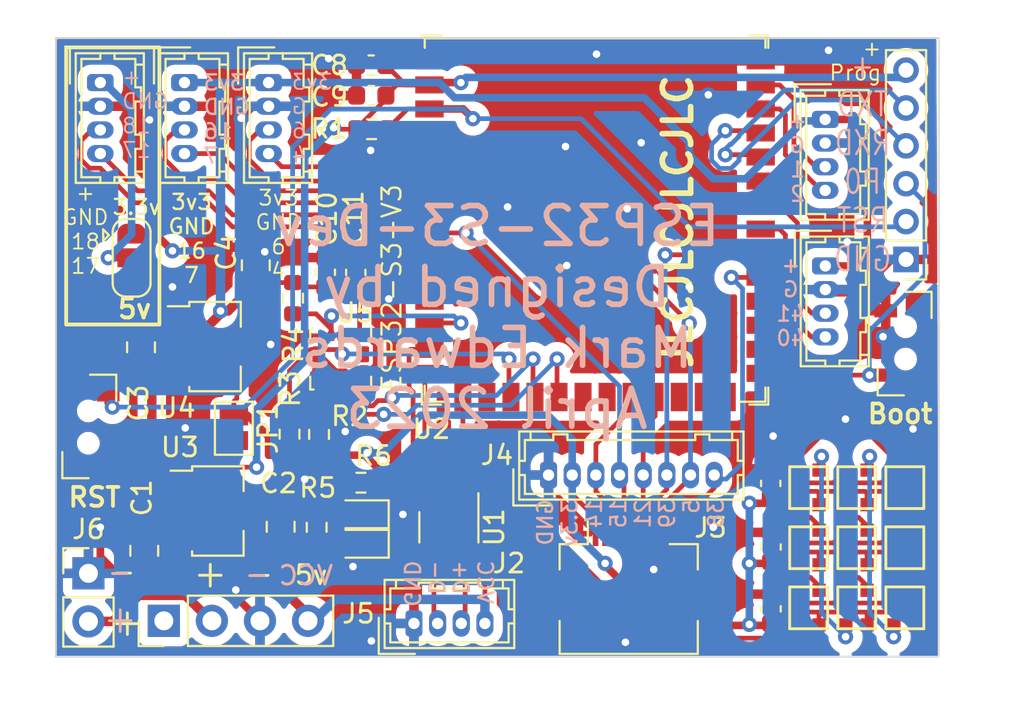
<source format=kicad_pcb>
(kicad_pcb (version 20221018) (generator pcbnew)
  (layers (0 "F.Cu" signal) (31 "B.Cu" signal) (34 "B.Paste" user) (35 "F.Paste" user) (36 "B.SilkS" user "B.Silkscreen") (37 "F.SilkS" user "F.Silkscreen") (38 "B.Mask" user) (39 "F.Mask" user) (44 "Edge.Cuts" user))
  (net 0 "")
  (net 11 "Net-(J1-Pin_5)")
  (net 12 "Net-(J1-Pin_4)")
  (net 13 "GND")
  (net 14 "+3V3")
  (net 15 "Net-(J2-Pin_2)")
  (net 16 "Net-(J2-Pin_3)")
  (net 17 "VBUS")
  (net 18 "Net-(U2-GPIO20{slash}U1CTS{slash}ADC2_CH9{slash}CLK_OUT1{slash}USB_D+)")
  (net 19 "Net-(U2-GPIO19{slash}U1RTS{slash}ADC2_CH8{slash}CLK_OUT2{slash}USB_D-)")
  (net 20 "+3.3VP")
  (net 21 "/GPIO14")
  (net 22 "/GPIO15")
  (net 23 "/GPIO18")
  (net 24 "/GPIO39")
  (net 25 "/GPIO5")
  (net 26 "/GPIO38")
  (net 28 "/VIN")
  (net 29 "Net-(D1-DOUT)")
  (net 30 "Net-(D2-DOUT)")
  (net 31 "Net-(D3-DOUT)")
  (net 32 "Net-(D6-DOUT)")
  (net 34 "Net-(D4-DOUT)")
  (net 35 "Net-(D5-DOUT)")
  (net 36 "Net-(D7-DOUT)")
  (net 37 "Net-(D8-DOUT)")
  (net 38 "/GPIO17")
  (net 39 "Net-(J10-Pin_1)")
  (net 40 "/GPIO21")
  (net 41 "/GPIO4")
  (net 42 "/GPIO6")
  (net 43 "/GPIO16")
  (net 44 "/GPIO7")
  (net 45 "/BOOT")
  (net 46 "/EN")
  (net 47 "/GPIO1")
  (net 48 "/GPIO2")
  (net 49 "/GPIO41")
  (net 50 "/GPIO40")
  (net 51 "/GPIO3")
  (net 52 "Net-(U5-CS)")
  (net 58 "/GPIO9")
  (net 59 "/GPIO8")
  (net 60 "/GPIO10")
  (net 61 "/GPIO11")
  (net 62 "Net-(D10-A)")
  (net 63 "Net-(D11-A)")
  (footprint "Resistor_SMD:R_0603_1608Metric" (layer "F.Cu") (at 101.091799 108.7571 90)
    (fp_text reference "R2")
    (fp_text value "10k")
  )
  (footprint "Resistor_SMD:R_0603_1608Metric" (layer "F.Cu") (at 103.304138 111.307807 180)
    (fp_text reference "R6")
    (fp_text value "330")
  )
  (footprint "Capacitor_SMD:C_0603_1608Metric" (layer "F.Cu") (at 101.422533 100.19 -90)
    (fp_text reference "C10")
    (fp_text value "10uF")
  )
  (footprint "Capacitor_SMD:C_0603_1608Metric" (layer "F.Cu") (at 124.954462 111.347553 90)
    (fp_text reference "C5" hide)
    (fp_text value "10uF")
  )
  (footprint "Connector_Hirose:Hirose_DF13-04P-1.25DSA_1x04_P1.25mm_Vertical" (layer "F.Cu") (at 98.425 90.17 -90)
    (fp_text reference "J11" hide)
    (fp_text value "Conn_01x04_Pin")
  )
  (footprint "Connector_Hirose:Hirose_DF13-04P-1.25DSA_1x04_P1.25mm_Vertical" (layer "F.Cu") (at 89.535 90.17 -90)
    (fp_text reference "J10" hide)
    (fp_text value "Conn_01x04_Pin")
  )
  (footprint "Mylib:TS-1224VW" (layer "F.Cu") (at 88.9 108.37 -90)
    (fp_text reference "SW2" hide)
    (fp_text value "SW_Push")
  )
  (footprint "Connector_PinHeader_2.00mm:PinHeader_1x06_P2.00mm_Vertical" (layer "F.Cu") (at 132.103489 99.511774 180)
    (fp_text reference "J1" hide)
    (fp_text value "Conn_01x06_Pin")
  )
  (footprint "Capacitor_SMD:C_0603_1608Metric" (layer "F.Cu") (at 103.030847 100.195246 -90)
    (fp_text reference "C11")
    (fp_text value "100nF")
  )
  (footprint "Package_TO_SOT_SMD:SOT-89-3" (layer "F.Cu") (at 95.595504 104.116388)
    (fp_text reference "U4")
    (fp_text value "AMS1117-3.3")
  )
  (footprint "Connector_Hirose:Hirose_DF13-04P-1.25DSA_1x04_P1.25mm_Vertical" (layer "F.Cu") (at 93.98 90.17 -90)
    (fp_text reference "J9" hide)
    (fp_text value "Conn_01x04_Pin")
  )
  (footprint "Capacitor_SMD:C_0603_1608Metric" (layer "F.Cu") (at 103.849685 90.857185 180)
    (fp_text reference "C9")
    (fp_text value "100nF")
  )
  (footprint "Espressif:ESP32-S3-WROOM-1U" (layer "F.Cu") (at 115.674145 97.282072)
    (fp_text reference "U2")
    (fp_text value "ESP32-S3-WROOM-1")
  )
  (footprint "Mylib:WS2812_2020" (layer "F.Cu") (at 129.487289 117.90698 90)
    (fp_text reference "D4" hide)
    (fp_text value "WS2812B")
  )
  (footprint "Connector_Hirose:Hirose_DF13-04P-1.25DSA_1x04_P1.25mm_Vertical" (layer "F.Cu") (at 127.839816 99.855836 -90)
    (fp_text reference "J8" hide)
    (fp_text value "Conn_01x04_Pin")
  )
  (footprint "Mylib:WS2812_2020" (layer "F.Cu") (at 132.027289 111.55698 90)
    (fp_text reference "D9" hide)
    (fp_text value "WS2812B")
  )
  (footprint "Resistor_SMD:R_0603_1608Metric" (layer "F.Cu") (at 100.965 113.665 -90)
    (fp_text reference "R5")
    (fp_text value "330")
  )
  (footprint "Mylib:WS2812_2020" (layer "F.Cu") (at 129.487289 111.55698 90)
    (fp_text reference "D6" hide)
    (fp_text value "WS2812B")
  )
  (footprint "Capacitor_SMD:C_0805_2012Metric" (layer "F.Cu") (at 91.685107 104.156598 90)
    (fp_text reference "C3")
    (fp_text value "10uF")
  )
  (footprint "Connector_PinHeader_2.54mm:PinHeader_1x02_P2.54mm_Vertical" (layer "F.Cu") (at 88.906876 116.097741)
    (fp_text reference "J6")
    (fp_text value "Conn_01x02")
  )
  (footprint "Package_TO_SOT_SMD:SOT-89-3" (layer "F.Cu") (at 95.744386 112.80481)
    (fp_text reference "U3")
    (fp_text value "AMS1117-3.3")
  )
  (footprint "Capacitor_SMD:C_0603_1608Metric" (layer "F.Cu") (at 124.972761 114.707436 90)
    (fp_text reference "C6" hide)
    (fp_text value "10uF")
  )
  (footprint "Connector_Hirose:Hirose_DF13-04P-1.25DSA_1x04_P1.25mm_Vertical" (layer "F.Cu") (at 127.831021 92.115704 -90)
    (fp_text reference "J7" hide)
    (fp_text value "Conn_01x04_Pin")
  )
  (footprint "Mylib:WS2812_2020" (layer "F.Cu") (at 126.947289 114.73198 90)
    (fp_text reference "D2" hide)
    (fp_text value "WS2812B")
  )
  (footprint "Mylib:WS2812_2020" (layer "F.Cu") (at 129.487289 114.73198 90)
    (fp_text reference "D5" hide)
    (fp_text value "WS2812B")
  )
  (footprint "Package_TO_SOT_SMD:SOT-23-6" (layer "F.Cu") (at 107.95 113.665 -90)
    (fp_text reference "U1")
    (fp_text value "USBLC6-2SC6")
  )
  (footprint "Resistor_SMD:R_0603_1608Metric" (layer "F.Cu") (at 103.865975 92.633256)
    (fp_text reference "R1")
    (fp_text value "10k")
  )
  (footprint "Resistor_SMD:R_0603_1608Metric" (layer "F.Cu") (at 99.530899 108.745 90)
    (fp_text reference "R3")
    (fp_text value "10k")
  )
  (footprint "Mylib:WS2812_2020" (layer "F.Cu") (at 126.947289 111.55698 90)
    (fp_text reference "D3" hide)
    (fp_text value "WS2812B")
  )
  (footprint "Resistor_SMD:R_0603_1608Metric" (layer "F.Cu") (at 99.7192 101.5615 -90)
    (fp_text reference "R4")
    (fp_text value "10k")
  )
  (footprint "Capacitor_SMD:C_0603_1608Metric" (layer "F.Cu") (at 124.972761 117.972187 90)
    (fp_text reference "C7" hide)
    (fp_text value "10uF")
  )
  (footprint "Jumper:SolderJumper-3_P1.3mm_Open_RoundedPad1.0x1.5mm" (layer "F.Cu") (at 91.186775 99.425176 -90)
    (fp_text reference "JP2" hide)
    (fp_text value "SolderJumper_3_Open")
  )
  (footprint "Connector_FFC-FPC:Hirose_FH12-8S-0.5SH_1x08-1MP_P0.50mm_Horizontal" (layer "F.Cu") (at 117.451744 115.854516)
    (fp_text reference "J3")
    (fp_text value "Conn_01x08")
  )
  (footprint "Mylib:WS2812_2020" (layer "F.Cu") (at 126.947289 117.90698 90)
    (fp_text reference "D1" hide)
    (fp_text value "WS2812B")
  )
  (footprint "Connector_Hirose:Hirose_DF13-04P-1.25DSA_1x04_P1.25mm_Vertical" (layer "F.Cu") (at 106.105 118.745)
    (fp_text reference "J2")
    (fp_text value "Conn_01x04_Pin")
  )
  (footprint "Capacitor_SMD:C_0603_1608Metric" (layer "F.Cu") (at 103.845909 89.244868 180)
    (fp_text reference "C8")
    (fp_text value "10uF")
  )
  (footprint "Connector_Hirose:Hirose_DF13-08P-1.25DSA_1x08_P1.25mm_Vertical" (layer "F.Cu") (at 113.216537 110.904401)
    (fp_text reference "J4")
    (fp_text value "Conn_01x08")
  )
  (footprint "Mylib:TS-1224VW" (layer "F.Cu") (at 132.08 103.925 90)
    (fp_text reference "SW1" hide)
    (fp_text value "SW_Push")
  )
  (footprint "LED_SMD:LED_0603_1608Metric" (layer "F.Cu") (at 103.286028 112.977127 180)
    (fp_text reference "D11" hide)
    (fp_text value "LED")
  )
  (footprint "Capacitor_SMD:C_0805_2012Metric" (layer "F.Cu") (at 99.061884 113.636392 -90)
    (fp_text reference "C2")
    (fp_text value "10uF")
  )
  (footprint "Capacitor_SMD:C_0805_2012Metric" (layer "F.Cu") (at 97.748901 99.820298 90)
    (fp_text reference "C4")
    (fp_text value "10uF")
  )
  (footprint "Jumper:SolderJumper-2_P1.3mm_Open_Pad1.0x1.5mm" (layer "F.Cu") (at 96.589352 108.433723 -90)
    (fp_text reference "JP1")
    (fp_text value "SolderJumper_2_Open")
  )
  (footprint "LED_SMD:LED_0603_1608Metric" (layer "F.Cu") (at 103.287944 114.535208 180)
    (fp_text reference "D10" hide)
    (fp_text value "LED")
  )
  (footprint "Mylib:WS2812_2020" (layer "F.Cu") (at 132.027289 114.73198 90)
    (fp_text reference "D8" hide)
    (fp_text value "WS2812B")
  )
  (footprint "Capacitor_SMD:C_0805_2012Metric" (layer "F.Cu") (at 91.855498 114.907947 -90)
    (fp_text reference "C1")
    (fp_text value "10uF")
  )
  (footprint "Mylib:WS2812_2020" (layer "F.Cu") (at 132.027289 117.90698 90)
    (fp_text reference "D7" hide)
    (fp_text value "WS2812B")
  )
  (footprint "Package_LGA:LGA-16_3x3mm_P0.5mm_LayoutBorder3x5y" (layer "F.Cu") (at 102.235 104.775 -90)
    (fp_text reference "U5")
    (fp_text value "LIS3DH")
  )
  (footprint "Connector_PinHeader_2.54mm:PinHeader_1x04_P2.54mm_Vertical" (layer "F.Cu") (at 92.890102 118.606656 90)
    (fp_text reference "J5")
    (fp_text value "Conn_01x04")
  )
  (gr_rect (start 87.729593 88.31) (end 92.655553 102.950888) (stroke (width 0.2)) (fill none) (layer "F.SilkS"))
  (gr_rect (start 87.189503 87.817509) (end 133.829503 120.5) (stroke (width 0.1)) (fill none) (layer "Edge.Cuts"))
  (gr_text "VCC" (at 101.926311 116.797967) (layer "B.SilkS") (effects (font (size 1 1)) (justify left bottom mirror)))
  (gr_text "+\nGND\n18\n17" (at 90.620086 94.202991) (layer "B.SilkS") (effects (font (size 0.8 0.8) (thickness 0.1)) (justify right bottom mirror)))
  (gr_text "+" (at 91.614447 119.361923) (layer "B.SilkS") (effects (font (size 1.5 1.5)) (justify left bottom mirror)))
  (gr_text "-" (at 98.521715 116.727914) (layer "B.SilkS") (effects (font (size 1 1)) (justify left bottom mirror)))
  (gr_text "VCC\nD+\nD-\nGND" (at 105.524192 115.342177 -90) (layer "B.SilkS") (effects (font (size 0.8 0.8) (thickness 0.125)) (justify right bottom mirror)))
  (gr_text "+\nG\n41\n40" (at 126.018426 104.14) (layer "B.SilkS") (effects (font (size 0.8 0.8) (thickness 0.125)) (justify bottom mirror)))
  (gr_text "+\nG\n1\n2" (at 126.365 96.52) (layer "B.SilkS") (effects (font (size 0.8 0.8) (thickness 0.125)) (justify bottom mirror)))
  (gr_text "+\nTXD\nRXD\nP0\nRST\nGND" (at 129.806191 100.239375) (layer "B.SilkS") (effects (font (size 1.27 1) (thickness 0.125)) (justify bottom mirror)))
  (gr_text "3v3\nG\n6\n4" (at 99.584234 94.465427) (layer "B.SilkS") (effects (font (size 0.8 0.8) (thickness 0.1)) (justify right bottom mirror)))
  (gr_text "GND\n3.3v\n14\n15\n21\n39\n5\n38" (at 122.527924 112.104715 90) (layer "B.SilkS") (effects (font (size 0.8 0.8) (thickness 0.125)) (justify left bottom mirror)))
  (gr_text "3v3\nGND\n16\n7" (at 94.915787 94.502774) (layer "B.SilkS") (effects (font (size 0.8 0.8) (thickness 0.125)) (justify right bottom mirror)))
  (gr_text "-" (at 91.27819 116.615829) (layer "B.SilkS") (effects (font (size 1 1)) (justify left bottom mirror)))
  (gr_text "ESP32-S3-Dev\nDesigned by\nMark Edwards\nApril 2023" (at 110.49 108.585) (layer "B.SilkS") (effects (font (size 2 2) (thickness 0.3) bold) (justify bottom mirror)))
  (gr_text "-" (at 97.296466 116.71812) (layer "F.SilkS") (effects (font (size 1 1)) (justify left bottom)))
  (gr_text "+\nProg" (at 130.86415 90.115849) (layer "F.SilkS") (effects (font (size 0.8 0.8) (thickness 0.1)) (justify right bottom)))
  (gr_text "5v" (at 99.712623 116.769946) (layer "F.SilkS") (effects (font (size 1 1)) (justify left bottom)))
  (gr_text "3v3\nGND\n16\n7" (at 94.355573 100.814515) (layer "F.SilkS") (effects (font (size 0.8 0.8) (thickness 0.125)) (justify bottom)))
  (gr_text "JLCJLCJLCJLC" (at 120.921708 105.422039 90) (layer "F.SilkS") (effects (font (size 1.5 1.5) (thickness 0.3) bold) (justify left bottom)))
  (gr_text "5v" (at 90.356829 102.711763) (layer "F.SilkS") (effects (font (size 1 1) (thickness 0.2) bold) (justify left bottom)))
  (gr_text "RST" (at 87.737597 112.664843) (layer "F.SilkS") (effects (font (size 1 1) (thickness 0.2) bold) (justify left bottom)))
  (gr_text "3v3\nGND\n6\n4" (at 98.949325 100.590429) (layer "F.SilkS") (effects (font (size 0.8 0.8) (thickness 0.1)) (justify bottom)))
  (gr_text "3.3v" (at 90.107845 97.217519) (layer "F.SilkS") (effects (font (size 0.8 0.8) (thickness 0.125)) (justify left bottom)))
  (gr_text "+\nGND\n18\n17" (at 88.750609 100.329452) (layer "F.SilkS") (effects (font (size 0.8 0.8) (thickness 0.1)) (justify bottom)))
  (gr_text "+" (at 94.31686 116.960972) (layer "F.SilkS") (effects (font (size 1.5 1.5)) (justify left bottom)))
  (gr_text "ESP32-S3-V3" (at 105.51781 106.563403 90) (layer "F.SilkS") (effects (font (size 1 1) (thickness 0.125)) (justify left bottom)))
  (gr_text "-" (at 90.029591 116.596694) (layer "F.SilkS") (effects (font (size 1 1)) (justify left bottom)))
  (gr_text "+" (at 89.936186 119.520257) (layer "F.SilkS") (effects (font (size 1.5 1.5)) (justify left bottom)))
  (gr_text "Boot" (at 129.968482 108.258074) (layer "F.SilkS") (effects (font (size 1 1) (thickness 0.2) bold) (justify left bottom)))
  (segment (start 124.302073 93.98) (end 124.424145 94.102072) (width 0.25) (layer "F.Cu") (net 11))
  (segment (start 122.555 93.98) (end 124.302073 93.98) (width 0.25) (layer "F.Cu") (net 11))
  (via (at 122.555 93.98) (size 0.8) (drill 0.4) (layers "F.Cu" "B.Cu") (net 11))
  (segment (start 125.674845 90.56459) (end 123.28 92.959435) (width 0.25) (layer "B.Cu") (net 11))
  (segment (start 122.804435 93.435) (end 122.555 93.684435) (width 0.25) (layer "B.Cu") (net 11))
  (segment (start 132.103489 91.511774) (end 131.156305 90.56459) (width 0.25) (layer "B.Cu") (net 11))
  (segment (start 122.555 93.684435) (end 122.555 93.98) (width 0.25) (layer "B.Cu") (net 11))
  (segment (start 123.28 92.959435) (end 123.28 93.010305) (width 0.25) (layer "B.Cu") (net 11))
  (segment (start 123.28 93.010305) (end 122.855305 93.435) (width 0.25) (layer "B.Cu") (net 11))
  (segment (start 131.156305 90.56459) (end 125.674845 90.56459) (width 0.25) (layer "B.Cu") (net 11))
  (segment (start 122.855305 93.435) (end 122.804435 93.435) (width 0.25) (layer "B.Cu") (net 11))
  (segment (start 124.302073 92.71) (end 124.424145 92.832072) (width 0.25) (layer "F.Cu") (net 12))
  (segment (start 122.555 92.71) (end 124.302073 92.71) (width 0.25) (layer "F.Cu") (net 12))
  (via (at 122.555 92.71) (size 0.8) (drill 0.4) (layers "F.Cu" "B.Cu") (net 12))
  (segment (start 122.855305 94.705) (end 122.254695 94.705) (width 0.25) (layer "B.Cu") (net 12))
  (segment (start 121.83 93.435) (end 122.555 92.71) (width 0.25) (layer "B.Cu") (net 12))
  (segment (start 121.83 94.280305) (end 121.83 93.435) (width 0.25) (layer "B.Cu") (net 12))
  (segment (start 126.305286 91.089957) (end 123.28 94.115243) (width 0.25) (layer "B.Cu") (net 12))
  (segment (start 129.681672 91.089957) (end 126.305286 91.089957) (width 0.25) (layer "B.Cu") (net 12))
  (segment (start 132.103489 93.511774) (end 129.681672 91.089957) (width 0.25) (layer "B.Cu") (net 12))
  (segment (start 123.28 94.115243) (end 123.28 94.280305) (width 0.25) (layer "B.Cu") (net 12))
  (segment (start 122.254695 94.705) (end 121.83 94.280305) (width 0.25) (layer "B.Cu") (net 12))
  (segment (start 123.28 94.280305) (end 122.855305 94.705) (width 0.25) (layer "B.Cu") (net 12))
  (segment (start 126.183882 117.197187) (end 126.388489 116.99258) (width 0.25) (layer "F.Cu") (net 13))
  (segment (start 128.481069 107.95) (end 128.905 107.95) (width 0.25) (layer "F.Cu") (net 13))
  (segment (start 102.735 105.641637) (end 102.735 106) (width 0.25) (layer "F.Cu") (net 13))
  (segment (start 91.414832 91.42) (end 92.136227 92.141395) (width 0.4) (layer "F.Cu") (net 13))
  (segment (start 128.928489 113.81758) (end 128.253489 114.49258) (width 0.25) (layer "F.Cu") (net 13))
  (segment (start 131.468489 110.64258) (end 130.793489 111.31758) (width 0.25) (layer "F.Cu") (net 13))
  (segment (start 124.972761 117.197187) (end 126.183882 117.197187) (width 0.25) (layer "F.Cu") (net 13))
  (segment (start 96.339179 91.42) (end 96.972047 92.052868) (width 0.4) (layer "F.Cu") (net 13))
  (segment (start 107.95 112.5275) (end 107.95 112.911751) (width 0.25) (layer "F.Cu") (net 13))
  (segment (start 102.493363 105.4) (end 102.735 105.641637) (width 0.25) (layer "F.Cu") (net 13))
  (segment (start 101.976637 105.383274) (end 101.976637 105.4) (width 0.25) (layer "F.Cu") (net 13))
  (segment (start 90.17 115.857947) (end 89.14667 115.857947) (width 0.4) (layer "F.Cu") (net 13))
  (segment (start 126.463489 114.49258) (end 126.388489 114.41758) (width 0.25) (layer "F.Cu") (net 13))
  (segment (start 126.388489 110.64258) (end 126.388489 110.04258) (width 0.25) (layer "F.Cu") (net 13))
  (segment (start 104.080301 112.9839) (end 104.073528 112.977127) (width 0.25) (layer "F.Cu") (net 13))
  (segment (start 128.928489 107.973489) (end 128.905 107.95) (width 0.25) (layer "F.Cu") (net 13))
  (segment (start 100.215543 115.740051) (end 102.883272 115.740051) (width 0.5) (layer "F.Cu") (net 13))
  (segment (start 106.924145 89.022072) (end 115.394656 89.022072) (width 0.4) (layer "F.Cu") (net 13))
  (segment (start 131.340455 117.66758) (end 128.253489 117.66758) (width 0.25) (layer "F.Cu") (net 13))
  (segment (start 128.928489 116.99258) (end 128.928489 117.451511) (width 0.25) (layer "F.Cu") (net 13))
  (segment (start 104.075444 114.535208) (end 104.075444 116.140444) (width 0.25) (layer "F.Cu") (net 13))
  (segment (start 97.604915 91.42) (end 96.972047 92.052868) (width 0.4) (layer "F.Cu") (net 13))
  (segment (start 93.645504 101.265504) (end 93.345 100.965) (width 0.4) (layer "F.Cu") (net 13))
  (segment (start 89.535 113.665) (end 89.535 115.469617) (width 0.4) (layer "F.Cu") (net 13))
  (segment (start 89.535 91.42) (end 88.265 91.42) (width 0.4) (layer "F.Cu") (net 13))
  (segment (start 104.073528 112.977127) (end 104.073528 114.533292) (width 0.25) (layer "F.Cu") (net 13))
  (segment (start 104.075444 116.140444) (end 103.675051 115.740051) (width 0.25) (layer "F.Cu") (net 13))
  (segment (start 128.928489 110.64258) (end 128.928489 107.973489) (width 0.25) (layer "F.Cu") (net 13))
  (segment (start 126.463489 111.31758) (end 126.388489 111.24258) (width 0.25) (layer "F.Cu") (net 13))
  (segment (start 126.318462 110.572553) (end 126.388489 110.64258) (width 0.25) (layer "F.Cu") (net 13))
  (segment (start 92.857622 91.42) (end 92.136227 92.141395) (width 0.4) (layer "F.Cu") (net 13))
  (segment (start 102.735 106.358363) (end 103.056637 106.68) (width 0.25) (layer "F.Cu") (net 13))
  (segment (start 107.196751 113.665) (end 106.803249 113.665) (width 0.25) (layer "F.Cu") (net 13))
  (segment (start 99.061884 114.586392) (end 100.215543 115.740051) (width 0.5) (layer "F.Cu") (net 13))
  (segment (start 102.735 106) (end 102.735 106.358363) (width 0.25) (layer "F.Cu") (net 13))
  (segment (start 93.645504 102.616388) (end 93.645504 101.265504) (width 0.4) (layer "F.Cu") (net 13))
  (segment (start 101.235 103.55) (end 98.989797 103.55) (width 0.25) (layer "F.Cu") (net 13))
  (segment (start 101.01 104.775) (end 101.368363 104.775) (width 0.25) (layer "F.Cu") (net 13))
  (segment (start 93.98 91.42) (end 96.339179 91.42) (width 0.4) (layer "F.Cu") (net 13))
  (segment (start 128.925704 93.365704) (end 129.252285 93.692285) (width 0.25) (layer "F.Cu") (net 13))
  (segment (start 104.775 105.41) (end 104.775 101.6) (width 0.25) (layer "F.Cu") (net 13))
  (segment (start 131.468489 113.81758) (end 130.793489 114.49258) (width 0.25) (layer "F.Cu") (net 13))
  (segment (start 130.793489 114.49258) (end 128.253489 114.49258) (width 0.25) (layer "F.Cu") (net 13))
  (segment (start 98.989797 103.55) (end 98.536298 104.003499) (width 0.25) (layer "F.Cu") (net 13))
  (segment (start 89.535 91.42) (end 91.414832 91.42) (width 0.4) (layer "F.Cu") (net 13))
  (segment (start 126.388489 110.04258) (end 128.481069 107.95) (width 0.25) (layer "F.Cu") (net 13))
  (segment (start 128.253489 114.49258) (end 126.463489 114.49258) (width 0.25) (layer "F.Cu") (net 13))
  (segment (start 89.535 115.222947) (end 90.17 115.857947) (width 0.4) (layer "F.Cu") (net 13))
  (segment (start 103.505 106.68) (end 104.775 105.41) (width 0.25) (layer "F.Cu") (net 13))
  (segment (start 128.71242 117.66758) (end 128.253489 117.66758) (width 0.25) (layer "F.Cu") (net 13))
  (segment (start 91.685107 103.206598) (end 91.685107 103.105013) (width 0.4) (layer "F.Cu") (net 13))
  (segment (start 104.073528 114.533292) (end 104.075444 114.535208) (width 0.25) (layer "F.Cu") (net 13))
  (segment (start 124.972761 113.932436) (end 126.273633 113.932436) (width 0.25) (layer "F.Cu") (net 13))
  (segment (start 106.105 114.363249) (end 106.105 118.745) (width 0.25) (layer "F.Cu") (net 13))
  (segment (start 131.468489 110.04258) (end 129.375909 107.95) (width 0.25) (layer "F.Cu") (net 13))
  (segment (start 91.855498 115.857947) (end 90.17 115.857947) (width 0.4) (layer "F.Cu") (net 13))
  (segment (start 126.388489 114.41758) (end 126.388489 113.81758) (width 0.25) (layer "F.Cu") (net 13))
  (segment (start 93.98 91.42) (end 92.857622 91.42) (width 0.4) (layer "F.Cu") (net 13))
  (segment (start 92.192176 102.597944) (end 92.21062 102.616388) (width 0.4) (layer "F.Cu") (net 13))
  (segment (start 129.375909 107.95) (end 128.905 107.95) (width 0.25) (layer "F.Cu") (net 13))
  (segment (start 130.793489 111.31758) (end 128.253489 111.31758) (width 0.25) (layer "F.Cu") (net 13))
  (segment (start 106.803249 113.665) (end 106.105 114.363249) (width 0.25) (layer "F.Cu") (net 13))
  (segment (start 131.351438 99.511774) (end 132.103489 99.511774) (width 0.4) (layer "F.Cu") (net 13))
  (segment (start 89.535 115.469617) (end 88.906876 116.097741) (width 0.4) (layer "F.Cu") (net 13))
  (segment (start 96.692272 117.328826) (end 97.970102 118.606656) (width 0.4) (layer "F.Cu") (net 13))
  (segment (start 128.928489 117.451511) (end 128.71242 117.66758) (width 0.25) (layer "F.Cu") (net 13))
  (segment (start 128.253489 111.31758) (end 126.463489 111.31758) (width 0.25) (layer "F.Cu") (net 13))
  (segment (start 98.425 91.42) (end 97.604915 91.42) (width 0.4) (layer "F.Cu") (net 13))
  (segment (start 115.394656 89.022072) (end 115.750247 88.666481) (width 0.4) (layer "F.Cu") (net 13))
  (segment (start 126.388489 111.24258) (end 126.388489 110.64258) (width 0.25) (layer "F.Cu") (net 13))
  (segment (start 126.388489 117.59258) (end 126.388489 116.99258) (width 0.25) (layer "F.Cu") (net 13))
  (segment (start 103.675051 115.740051) (end 102.883272 115.740051) (width 0.25) (layer "F.Cu") (net 13))
  (segment (start 104.775 101.164399) (end 103.030847 99.420246) (width 0.25) (layer "F.Cu") (net 13))
  (segment (start 124.954462 110.572553) (end 126.318462 110.572553) (width 0.25) (layer "F.Cu") (net 13))
  (segment (start 127.787921 101.275292) (end 129.587921 101.275292) (width 0.4) (layer "F.Cu") (net 13))
  (segment (start 131.468489 117.539546) (end 131.340455 117.66758) (width 0.25) (layer "F.Cu") (net 13))
  (segment (start 103.056637 106.68) (end 103.505 106.68) (width 0.25) (layer "F.Cu") (net 13))
  (segment (start 128.928489 110.64258) (end 128.253489 111.31758) (width 0.25) (layer "F.Cu") (net 13))
  (segment (start 131.468489 116.99258) (end 131.468489 117.539546) (width 0.25) (layer "F.Cu") (net 13))
  (segment (start 92.21062 102.616388) (end 93.645504 102.616388) (width 0.4) (layer "F.Cu") (net 13))
  (segment (start 126.463489 117.66758) (end 126.388489 117.59258) (width 0.25) (layer "F.Cu") (net 13))
  (segment (start 96.692272 116.977155) (end 96.692272 117.328826) (width 0.4) (layer "F.Cu") (net 13))
  (segment (start 104.775 101.6) (end 104.775 101.164399) (width 0.25) (layer "F.Cu") (net 13))
  (segment (start 129.252285 93.692285) (end 129.252285 98.321717) (width 0.25) (layer "F.Cu") (net 13))
  (segment (start 101.976637 105.4) (end 102.493363 105.4) (width 0.25) (layer "F.Cu") (net 13))
  (segment (start 101.735 105.641637) (end 101.976637 105.4) (width 0.25) (layer "F.Cu") (net 13))
  (segment (start 89.535 113.665) (end 89.535 115.222947) (width 0.4) (layer "F.Cu") (net 13))
  (segment (start 91.855498 115.857947) (end 91.787053 115.857947) (width 0.4) (layer "F.Cu") (net 13))
  (segment (start 127.831021 93.365704) (end 128.925704 93.365704) (width 0.25) (layer "F.Cu") (net 13))
  (segment (start 130.671606 100.191606) (end 131.351438 99.511774) (width 0.4) (layer "F.Cu") (net 13))
  (segment (start 89.14667 115.857947) (end 88.906876 116.097741) (width 0.4) (layer "F.Cu") (net 13))
  (segment (start 115.701744 114.004516) (end 113.713167 112.015939) (width 0.25) (layer "F.Cu") (net 13))
  (segment (start 101.368363 104.775) (end 101.976637 105.383274) (width 0.25) (layer "F.Cu") (net 13))
  (segment (start 105.522977 112.9839) (end 104.080301 112.9839) (width 0.25) (layer "F.Cu") (net 13))
  (segment (start 130.671606 100.191606) (end 130.775 100.088213) (width 0.4) (layer "F.Cu") (net 13))
  (segment (start 91.685107 103.105013) (end 92.192176 102.597944) (width 0.4) (layer "F.Cu") (net 13))
  (segment (start 107.95 112.911751) (end 107.196751 113.665) (width 0.25) (layer "F.Cu") (net 13))
  (segment (start 129.252285 98.321717) (end 128.994079 98.579923) (width 0.25) (layer "F.Cu") (net 13))
  (segment (start 129.587921 101.275292) (end 130.671606 100.191606) (width 0.4) (layer "F.Cu") (net 13))
  (segment (start 128.253489 117.66758) (end 126.463489 117.66758) (width 0.25) (layer "F.Cu") (net 13))
  (segment (start 126.273633 113.932436) (end 126.388489 113.81758) (width 0.25) (layer "F.Cu") (net 13))
  (segment (start 131.468489 110.64258) (end 131.468489 110.04258) (width 0.25) (layer "F.Cu") (net 13))
  (segment (start 101.735 106) (end 101.735 105.641637) (width 0.25) (layer "F.Cu") (net 13))
  (via (at 98.222301 99.108504) (size 0.8) (drill 0.4) (layers "F.Cu" "B.Cu") (net 13))
  (via (at 96.692272 116.977155) (size 0.8) (drill 0.4) (layers "F.Cu" "B.Cu") (net 13))
  (via (at 130.886461 103.593745) (size 0.8) (drill 0.4) (layers "F.Cu" "B.Cu") (net 13))
  (via (at 120.65 100.965) (size 0.8) (drill 0.4) (layers "F.Cu" "B.Cu") (net 13))
  (via (at 89.535 113.665) (size 0.8) (drill 0.4) (layers "F.Cu" "B.Cu") (net 13))
  (via (at 111.052278 96.740447) (size 0.8) (drill 0.4) (layers "F.Cu" "B.Cu") (net 13))
  (via (at 96.972047 92.052868) (size 0.8) (drill 0.4) (layers "F.Cu" "B.Cu") (net 13))
  (via (at 117.278519 119.740923) (size 0.8) (drill 0.4) (layers "F.Cu" "B.Cu") (net 13))
  (via (at 128.994079 98.579923) (size 0.8) (drill 0.4) (layers "F.Cu" "B.Cu") (net 13))
  (via (at 100.33 111.125) (size 0.8) (drill 0.4) (layers "F.Cu" "B.Cu") (net 13))
  (via (at 114.178978 99.833885) (size 0.8) (drill 0.4) (layers "F.Cu" "B.Cu") (net 13))
  (via (at 128.011181 88.463248) (size 0.8) (drill 0.4) (layers "F.Cu" "B.Cu") (net 13))
  (via (at 115.750247 88.666481) (size 0.8) (drill 0.4) (layers "F.Cu" "B.Cu") (net 13))
  (via (at 104.775 101.6) (size 0.8) (drill 0.4) (layers "F.Cu" "B.Cu") (net 13))
  (via (at 102.472466 108.602134) (size 0.8) (drill 0.4) (layers "F.Cu" "B.Cu") (net 13))
  (via (at 114.112453 93.547222) (size 0.8) (drill 0.4) (layers "F.Cu" "B.Cu") (net 13))
  (via (at 102.883272 115.740051) (size 0.8) (drill 0.4) (layers "F.Cu" "B.Cu") (net 13))
  (via (at 103.816503 93.75444) (size 0.8) (drill 0.4) (layers "F.Cu" "B.Cu") (net 13))
  (via (at 128.905 107.95) (size 0.8) (drill 0.4) (layers "F.Cu" "B.Cu") (net 13))
  (via (at 103.856671 119.670131) (size 0.8) (drill 0.4) (layers "F.Cu" "B.Cu") (net 13))
  (via (at 92.136227 92.141395) (size 0.8) (drill 0.4) (layers "F.Cu" "B.Cu") (net 13))
  (via (at 118.11 93.345) (size 0.8) (drill 0.4) (layers "F.Cu" "B.Cu") (net 13))
  (via (at 121.657291 90.815461) (size 0.8) (drill 0.4) (layers "F.Cu" "B.Cu") (net 13))
  (via (at 118.773759 115.894423) (size 0.8) (drill 0.4) (layers "F.Cu" "B.Cu") (net 13))
  (via (at 98.536298 104.003499) (size 0.8) (drill 0.4) (layers "F.Cu" "B.Cu") (net 13))
  (via (at 93.345 100.965) (size 0.8) (drill 0.4) (layers "F.Cu" "B.Cu") (net 13))
  (via (at 94.021742 108.415678) (size 0.8) (drill 0.4) (layers "F.Cu" "B.Cu") (net 13))
  (via (at 125.081349 108.845414) (size 0.8) (drill 0.4) (layers "F.Cu" "B.Cu") (net 13))
  (via (at 117.372204 96.840236) (size 0.8) (drill 0.4) (layers "F.Cu" "B.Cu") (net 13))
  (via (at 105.522977 112.9839) (size 0.8) (drill 0.4) (layers "F.Cu" "B.Cu") (net 13))
  (via (at 132.473403 108.469172) (size 0.8) (drill 0.4) (layers "F.Cu" "B.Cu") (net 13))
  (via (at 121.92 113.665) (size 0.8) (drill 0.4) (layers "F.Cu" "B.Cu") (net 13))
  (via (at 101.6 88.9) (size 0.8) (drill 0.4) (layers "F.Cu" "B.Cu") (net 13))
  (segment (start 95.20519 112.80481) (end 93.881886 112.80481) (width 0.25) (layer "F.Cu") (net 14))
  (segment (start 99.215492 112.84) (end 99.061884 112.686392) (width 0.25) (layer "F.Cu") (net 14))
  (segment (start 96.589352 109.083723) (end 96.589352 109.794122) (width 0.25) (layer "F.Cu") (net 14))
  (segment (start 105.668113 90.292072) (end 106.924145 90.292072) (width 0.25) (layer "F.Cu") (net 14))
  (segment (start 98.938276 112.81) (end 99.061884 112.686392) (width 0.25) (layer "F.Cu") (net 14))
  (segment (start 104.624685 90.857185) (end 104.624685 91.049546) (width 0.25) (layer "F.Cu") (net 14))
  (segment (start 106.924145 90.292072) (end 105.189798 90.292072) (width 0.25) (layer "F.Cu") (net 14))
  (segment (start 107.046217 90.17) (end 106.924145 90.292072) (width 0.4) (layer "F.Cu") (net 14))
  (segment (start 104.624685 91.049546) (end 103.040975 92.633256) (width 0.25) (layer "F.Cu") (net 14))
  (segment (start 104.620909 89.244868) (end 105.668113 90.292072) (width 0.25) (layer "F.Cu") (net 14))
  (segment (start 103.040975 92.633256) (end 101.939089 92.633256) (width 0.25) (layer "F.Cu") (net 14))
  (segment (start 96.750708 110.49) (end 96.750708 111.259292) (width 0.25) (layer "F.Cu") (net 14))
  (segment (start 105.189798 90.292072) (end 104.624685 90.857185) (width 0.25) (layer "F.Cu") (net 14))
  (segment (start 96.750708 111.259292) (end 95.20519 112.80481) (width 0.25) (layer "F.Cu") (net 14))
  (segment (start 93.887076 112.81) (end 98.938276 112.81) (width 0.25) (layer "F.Cu") (net 14))
  (segment (start 93.881886 112.80481) (end 93.887076 112.81) (width 0.25) (layer "F.Cu") (net 14))
  (segment (start 101.939089 92.633256) (end 101.860519 92.554686) (width 0.25) (layer "F.Cu") (net 14))
  (segment (start 108.585 90.17) (end 107.046217 90.17) (width 0.4) (layer "F.Cu") (net 14))
  (segment (start 97.79 110.49) (end 96.750708 110.49) (width 0.25) (layer "F.Cu") (net 14))
  (segment (start 96.750708 109.955478) (end 96.750708 110.49) (width 0.25) (layer "F.Cu") (net 14))
  (segment (start 96.589352 109.794122) (end 96.750708 109.955478) (width 0.25) (layer "F.Cu") (net 14))
  (segment (start 100.965 112.84) (end 99.215492 112.84) (width 0.25) (layer "F.Cu") (net 14))
  (via (at 108.585 90.17) (size 0.8) (drill 0.4) (layers "F.Cu" "B.Cu") (net 14))
  (via (at 97.79 110.49) (size 0.8) (drill 0.4) (layers "F.Cu" "B.Cu") (net 14))
  (via (at 101.860519 92.554686) (size 0.8) (drill 0.4) (layers "F.Cu" "B.Cu") (net 14))
  (segment (start 97.79 107.422462) (end 97.79 110.49) (width 0.4) (layer "B.Cu") (net 14))
  (segment (start 100.33 104.882462) (end 97.79 107.422462) (width 0.4) (layer "B.Cu") (net 14))
  (segment (start 131.718918 89.896345) (end 108.858655 89.896345) (width 0.4) (layer "B.Cu") (net 14))
  (segment (start 132.103489 89.511774) (end 131.718918 89.896345) (width 0.4) (layer "B.Cu") (net 14))
  (segment (start 100.33 94.085205) (end 100.33 104.882462) (width 0.4) (layer "B.Cu") (net 14))
  (segment (start 101.860519 92.554686) (end 100.33 94.085205) (width 0.4) (layer "B.Cu") (net 14))
  (segment (start 108.858655 89.896345) (end 108.585 90.17) (width 0.4) (layer "B.Cu") (net 14))
  (segment (start 107.158232 114.960732) (end 107 114.8025) (width 0.25) (layer "F.Cu") (net 15))
  (segment (start 107.355 118.745) (end 107.158232 118.548232) (width 0.25) (layer "F.Cu") (net 15))
  (segment (start 107.158232 118.548232) (end 107.158232 114.960732) (width 0.25) (layer "F.Cu") (net 15))
  (segment (start 108.809386 114.893114) (end 108.9 114.8025) (width 0.25) (layer "F.Cu") (net 16))
  (segment (start 108.605 118.745) (end 108.809386 118.540614) (width 0.25) (layer "F.Cu") (net 16))
  (segment (start 108.809386 118.540614) (end 108.809386 114.893114) (width 0.25) (layer "F.Cu") (net 16))
  (segment (start 107.95 114.8025) (end 107.95 114.418249) (width 0.25) (layer "F.Cu") (net 17))
  (segment (start 100.510102 118.606656) (end 100.510102 118.290102) (width 0.5) (layer "F.Cu") (net 17))
  (segment (start 90.17 101.741951) (end 91.186775 100.725176) (width 0.5) (layer "F.Cu") (net 17))
  (segment (start 93.794386 115.6952) (end 93.794386 114.30481) (width 0.5) (layer "F.Cu") (net 17))
  (segment (start 93.794386 114.30481) (end 92.54481 114.30481) (width 0.5) (layer "F.Cu") (net 17))
  (segment (start 100.510102 118.290102) (end 98.044853 115.824853) (width 0.5) (layer "F.Cu") (net 17))
  (segment (start 91.685107 105.106598) (end 90.718509 104.14) (width 0.5) (layer "F.Cu") (net 17))
  (segment (start 107.95 114.418249) (end 108.703249 113.665) (width 0.25) (layer "F.Cu") (net 17))
  (segment (start 109.096751 113.665) (end 109.855 114.423249) (width 0.25) (layer "F.Cu") (net 17))
  (segment (start 93.645504 105.616388) (end 92.194897 105.616388) (width 0.5) (layer "F.Cu") (net 17))
  (segment (start 92.254104 105.865896) (end 92.503612 105.616388) (width 0.5) (layer "F.Cu") (net 17))
  (segment (start 93.924039 115.824853) (end 93.794386 115.6952) (width 0.5) (layer "F.Cu") (net 17))
  (segment (start 90.718509 104.14) (end 90.17 104.14) (width 0.5) (layer "F.Cu") (net 17))
  (segment (start 98.044853 115.824853) (end 93.924039 115.824853) (width 0.5) (layer "F.Cu") (net 17))
  (segment (start 90.17 104.14) (end 90.17 101.741951) (width 0.5) (layer "F.Cu") (net 17))
  (segment (start 92.503612 105.616388) (end 93.645504 105.616388) (width 0.5) (layer "F.Cu") (net 17))
  (segment (start 108.703249 113.665) (end 109.096751 113.665) (width 0.25) (layer "F.Cu") (net 17))
  (segment (start 92.194897 105.616388) (end 91.685107 105.106598) (width 0.5) (layer "F.Cu") (net 17))
  (segment (start 92.254104 114.014104) (end 92.254104 105.865896) (width 0.5) (layer "F.Cu") (net 17))
  (segment (start 109.855 114.423249) (end 109.855 118.745) (width 0.25) (layer "F.Cu") (net 17))
  (segment (start 92.54481 114.30481) (end 92.254104 114.014104) (width 0.5) (layer "F.Cu") (net 17))
  (segment (start 100.510102 118.606656) (end 100.816153 118.606656) (width 0.5) (layer "B.Cu") (net 17))
  (segment (start 109.855 117.545) (end 109.855 118.745) (width 0.5) (layer "B.Cu") (net 17))
  (segment (start 109.785 117.475) (end 109.855 117.545) (width 0.5) (layer "B.Cu") (net 17))
  (segment (start 100.816153 118.606656) (end 101.947809 117.475) (width 0.5) (layer "B.Cu") (net 17))
  (segment (start 101.947809 117.475) (end 109.785 117.475) (width 0.5) (layer "B.Cu") (net 17))
  (segment (start 106.68 110.49) (end 106.68 105.776217) (width 0.25) (layer "F.Cu") (net 18))
  (segment (start 108.9 112.5275) (end 108.9 112.075) (width 0.25) (layer "F.Cu") (net 18))
  (segment (start 108.9 112.075) (end 108.365 111.54) (width 0.25) (layer "F.Cu") (net 18))
  (segment (start 107.73 111.54) (end 106.68 110.49) (width 0.25) (layer "F.Cu") (net 18))
  (segment (start 108.365 111.54) (end 107.73 111.54) (width 0.25) (layer "F.Cu") (net 18))
  (segment (start 106.68 105.776217) (end 106.924145 105.532072) (width 0.25) (layer "F.Cu") (net 18))
  (segment (start 106.058568 111.586068) (end 106.058568 106.516495) (width 0.25) (layer "F.Cu") (net 19))
  (segment (start 105.849145 104.337072) (end 105.924145 104.262072) (width 0.25) (layer "F.Cu") (net 19))
  (segment (start 107 112.5275) (end 106.058568 111.586068) (width 0.25) (layer "F.Cu") (net 19))
  (segment (start 105.924145 104.262072) (end 106.924145 104.262072) (width 0.25) (layer "F.Cu") (net 19))
  (segment (start 105.849145 106.307072) (end 105.849145 104.337072) (width 0.25) (layer "F.Cu") (net 19))
  (segment (start 106.058568 106.516495) (end 105.849145 106.307072) (width 0.25) (layer "F.Cu") (net 19))
  (segment (start 130.151089 118.14638) (end 130.175 118.170291) (width 0.25) (layer "F.Cu") (net 20))
  (segment (start 127.402289 111.76758) (end 127.506089 111.87138) (width 0.25) (layer "F.Cu") (net 20))
  (segment (start 99.530899 109.57) (end 99.530899 109.690899) (width 0.25) (layer "F.Cu") (net 20))
  (segment (start 104.06 105.075) (end 104.06 104.016637) (width 0.25) (layer "F.Cu") (net 20))
  (segment (start 103.030847 100.970246) (end 103.235 101.174399) (width 0.25) (layer "F.Cu") (net 20))
  (segment (start 130.151089 114.97138) (end 130.175 114.995291) (width 0.25) (layer "F.Cu") (net 20))
  (segment (start 124.873168 118.84678) (end 123.825 118.84678) (width 0.4) (layer "F.Cu") (net 20))
  (segment (start 116.201744 115.573256) (end 116.205 115.57) (width 0.4) (layer "F.Cu") (net 20))
  (segment (start 127.831021 92.115704) (end 129.525456 92.115704) (width 0.4) (layer "F.Cu") (net 20))
  (segment (start 124.972761 115.482436) (end 125.483817 114.97138) (width 0.25) (layer "F.Cu") (net 20))
  (segment (start 103.86 105.275) (end 104.06 105.075) (width 0.25) (layer "F.Cu") (net 20))
  (segment (start 99.7192 100.7365) (end 97.782699 100.7365) (width 0.25) (layer "F.Cu") (net 20))
  (segment (start 127.431089 114.97138) (end 127.506089 115.04638) (width 0.25) (layer "F.Cu") (net 20))
  (segment (start 91.186775 98.125176) (end 92.410176 98.125176) (width 0.4) (layer "F.Cu") (net 20))
  (segment (start 124.972761 118.747187) (end 124.873168 118.84678) (width 0.4) (layer "F.Cu") (net 20))
  (segment (start 103.505 109.855) (end 100.965 109.855) (width 0.4) (layer "F.Cu") (net 20))
  (segment (start 132.586089 118.25198) (end 132.586089 118.82138) (width 0.25) (layer "F.Cu") (net 20))
  (segment (start 123.825 118.84678) (end 119.382003 118.84678) (width 0.4) (layer "F.Cu") (net 20))
  (segment (start 130.198911 118.14638) (end 132.480489 118.14638) (width 0.25) (layer "F.Cu") (net 20))
  (segment (start 103.505 109.855) (end 104.129138 110.479138) (width 0.4) (layer "F.Cu") (net 20))
  (segment (start 96.284199 102.235) (end 97.748901 100.770298) (width 0.5) (layer "F.Cu") (net 20))
  (segment (start 130.046089 115.64638) (end 130.046089 115.124202) (width 0.25) (layer "F.Cu") (net 20))
  (segment (start 130.175 118.692469) (end 130.046089 118.82138) (width 0.25) (layer "F.Cu") (net 20))
  (segment (start 104.129138 110.479138) (end 104.129138 111.307807) (width 0.4) (layer "F.Cu") (net 20))
  (segment (start 116.201744 115.666521) (end 116.201744 115.573256) (width 0.4) (layer "F.Cu") (net 20))
  (segment (start 98.425 109.855) (end 98.425 108.869371) (width 0.4) (layer "F.Cu") (net 20))
  (segment (start 92.410176 98.125176) (end 93.345 99.06) (width 0.4) (layer "F.Cu") (net 20))
  (segment (start 103.632 109.728) (end 103.505 109.855) (width 0.4) (layer "F.Cu") (net 20))
  (segment (start 125.317015 111.76) (end 126.269513 111.76) (width 0.25) (layer "F.Cu") (net 20))
  (segment (start 96.743988 105.413452) (end 95.446924 104.116388) (width 0.25) (layer "F.Cu") (net 20))
  (segment (start 132.480489 118.14638) (end 132.586089 118.25198) (width 0.25) (layer "F.Cu") (net 20))
  (segment (start 119.382003 118.84678) (end 116.201744 115.666521) (width 0.4) (layer "F.Cu") (net 20))
  (segment (start 130.198911 114.97138) (end 132.511089 114.97138) (width 0.25) (layer "F.Cu") (net 20))
  (segment (start 127.506089 118.22138) (end 127.506089 118.82138) (width 0.25) (layer "F.Cu") (net 20))
  (segment (start 103.235 101.174399) (end 103.235 103.55) (width 0.25) (layer "F.Cu") (net 20))
  (segment (start 114.466537 111.926053) (end 114.466537 110.904401) (width 0.25) (layer "F.Cu") (net 20))
  (segment (start 127.609889 111.76758) (end 129.942289 111.76758) (width 0.25) (layer "F.Cu") (net 20))
  (segment (start 96.632798 107.740277) (end 96.589352 107.783723) (width 0.25) (layer "F.Cu") (net 20))
  (segment (start 97.295906 107.740277) (end 96.632798 107.740277) (width 0.4) (layer "F.Cu") (net 20))
  (segment (start 124.682015 112.395) (end 124.954462 112.122553) (width 0.4) (layer "F.Cu") (net 20))
  (segment (start 123.825 115.57) (end 124.885197 115.57) (width 0.4) (layer "F.Cu") (net 20))
  (segment (start 116.176744 113.029516) (end 115.57 113.029516) (width 0.25) (layer "F.Cu") (net 20))
  (segment (start 125.573568 118.14638) (end 127.431089 118.14638) (width 0.25) (layer "F.Cu") (net 20))
  (segment (start 132.586089 115.04638) (end 132.586089 115.64638) (width 0.25) (layer "F.Cu") (net 20))
  (segment (start 132.451689 111.76758) (end 132.586089 111.90198) (width 0.25) (layer "F.Cu") (net 20))
  (segment (start 127.506089 115.04638) (end 127.506089 115.64638) (width 0.25) (layer "F.Cu") (net 20))
  (segment (start 116.201744 113.054516) (end 116.176744 113.029516) (width 0.25) (layer "F.Cu") (net 20))
  (segment (start 124.954462 112.122553) (end 125.317015 111.76) (width 0.25) (layer "F.Cu") (net 20))
  (segment (start 101.427779 100.970246) (end 101.422533 100.965) (width 0.25) (layer "F.Cu") (net 20))
  (segment (start 129.942289 111.76758) (end 130.046089 111.87138) (width 0.25) (layer "F.Cu") (net 20))
  (segment (start 116.201744 114.004516) (end 116.201744 113.054516) (width 0.25) (layer "F.Cu") (net 20))
  (segment (start 127.431089 118.14638) (end 127.506089 118.22138) (width 0.25) (layer "F.Cu") (net 20))
  (segment (start 96.743988 106.868222) (end 96.589352 107.022858) (width 0.25) (layer "F.Cu") (net 20))
  (segment (start 124.885197 115.57) (end 124.972761 115.482436) (width 0.4) (layer "F.Cu") (net 20))
  (segment (start 99.530899 109.690899) (end 99.695 109.855) (width 0.25) (layer "F.Cu") (net 20))
  (segment (start 99.9477 100.965) (end 99.7192 100.7365) (width 0.25) (layer "F.Cu") (net 20))
  (segment (start 127.506089 118.22138) (end 127.581089 118.14638) (width 0.25) (layer "F.Cu") (net 20))
  (segment (start 96.589352 107.022858) (end 96.589352 107.783723) (width 0.25) (layer "F.Cu") (net 20))
  (segment (start 99.695 109.855) (end 98.425 109.855) (width 0.4) (layer "F.Cu") (net 20))
  (segment (start 100.965 109.855) (end 99.695 109.855) (width 0.4) (layer "F.Cu") (net 20))
  (segment (start 126.277093 111.76758) (end 127.402289 111.76758) (width 0.25) (layer "F.Cu") (net 20))
  (segment (start 132.511089 114.97138) (end 132.586089 115.04638) (width 0.25) (layer "F.Cu") (net 20))
  (segment (start 130.175 118.170291) (end 130.175 118.692469) (width 0.25) (layer "F.Cu") (net 20))
  (segment (start 127.506089 112.47138) (end 127.506089 111.87138) (width 0.25) (layer "F.Cu") (net 20))
  (segment (start 95.885 102.235) (end 96.284199 102.235) (width 0.5) (layer "F.Cu") (net 20))
  (segment (start 101.091799 109.5821) (end 101.091799 109.728201) (width 0.25) (layer "F.Cu") (net 20))
  (segment (start 132.586089 111.90198) (end 132.586089 112.47138) (width 0.25) (layer "F.Cu") (net 20))
  (segment (start 101.422533 100.965) (end 99.9477 100.965) (width 0.25) (layer "F.Cu") (net 20))
  (segment (start 130.046089 112.47138) (end 130.046089 111.896491) (width 0.25) (layer "F.Cu") (net 20))
  (segment (start 95.446924 104.116388) (end 93.733004 104.116388) (width 0.25) (layer "F.Cu") (net 20))
  (segment (start 127.506089 111.87138) (end 127.609889 111.76758) (width 0.25) (layer "F.Cu") (net 20))
  (segment (start 96.743988 106.868222) (end 96.743988 105.413452) (width 0.25) (layer "F.Cu") (net 20))
  (segment (start 129.525456 92.115704) (end 130.060099 92.650347) (width 0.4) (layer "F.Cu") (net 20))
  (segment (start 95.885 102.376892) (end 94.145504 104.116388) (width 0.5) (layer "F.Cu") (net 20))
  (segment (start 115.57 113.029516) (end 114.466537 111.926053) (width 0.25) (layer "F.Cu") (net 20))
  (segment (start 103.030847 100.970246) (end 101.427779 100.970246) (width 0.25) (layer "F.Cu") (net 20))
  (segment (start 104.06 104.016637) (end 103.593363 103.55) (width 0.25) (layer "F.Cu") (net 20))
  (segment (start 123.825 112.395) (end 124.682015 112.395) (width 0.4) (layer "F.Cu") (net 20))
  (segment (start 130.175 111.76758) (end 132.451689 111.76758) (width 0.25) (layer "F.Cu") (net 20))
  (segment (start 130.046089 111.87138) (end 130.046089 112.47138) (width 0.25) (layer "F.Cu") (net 20))
  (segment (start 103.593363 103.55) (end 103.235 103.55) (width 0.25) (layer "F.Cu") (net 20))
  (segment (start 130.060099 92.650347) (end 130.060099 99.174901) (width 0.4) (layer "F.Cu") (net 20))
  (segment (start 98.425 108.869371) (end 97.295906 107.740277) (width 0.4) (layer "F.Cu") (net 20))
  (segment (start 129.379164 99.855836) (end 127.839816 99.855836) (width 0.4) (layer "F.Cu") (net 20))
  (segment (start 130.046089 111.896491) (end 130.175 111.76758) (width 0.25) (layer "F.Cu") (net 20))
  (segment (start 130.175 114.995291) (end 130.175 115.517469) (width 0.25) (layer "F.Cu") (net 20))
  (segment (start 130.046089 115.124202) (end 130.198911 114.97138) (width 0.25) (layer "F.Cu") (net 20))
  (segment (start 127.581089 114.97138) (end 130.151089 114.97138) (width 0.25) (layer "F.Cu") (net 20))
  (segment (start 130.060099 99.174901) (end 129.379164 99.855836) (width 0.4) (layer "F.Cu") (net 20))
  (segment (start 127.581089 118.14638) (end 130.151089 118.14638) (width 0.25) (layer "F.Cu") (net 20))
  (segment (start 130.046089 118.299202) (end 130.198911 118.14638) (width 0.25) (layer "F.Cu") (net 20))
  (segment (start 130.046089 118.82138) (end 130.046089 118.299202) (width 0.25) (layer "F.Cu") (net 20))
  (segment (start 126.269513 111.76) (end 126.277093 111.76758) (width 0.25) (layer "F.Cu") (net 20))
  (segment (start 127.506089 115.04638) (end 127.581089 114.97138) (width 0.25) (layer "F.Cu") (net 20))
  (segment (start 94.145504 104.116388) (end 93.733004 104.116388) (width 0.5) (layer "F.Cu") (net 20))
  (segment (start 130.175 115.517469) (end 130.046089 115.64638) (width 0.25) (layer "F.Cu") (net 20))
  (segment (start 124.972761 118.747187) (end 125.573568 118.14638) (width 0.25) (layer "F.Cu") (net 20))
  (segment (start 95.885 102.376892) (end 95.885 102.235) (width 0.5) (layer "F.Cu") (net 20))
  (segment (start 101.091799 109.728201) (end 100.965 109.855) (width 0.25) (layer "F.Cu") (net 20))
  (segment (start 97.782699 100.7365) (end 97.748901 100.770298) (width 0.25) (layer "F.Cu") (net 20))
  (segment (start 103.46 105.275) (end 103.86 105.275) (width 0.25) (layer "F.Cu") (net 20))
  (segment (start 125.483817 114.97138) (end 127.431089 114.97138) (width 0.25) (layer "F.Cu") (net 20))
  (via (at 123.825 115.57) (size 0.8) (drill 0.4) (layers "F.Cu" "B.Cu") (net 20))
  (via (at 103.632 109.728) (size 0.8) (drill 0.4) (layers "F.Cu" "B.Cu") (net 20))
  (via (at 123.825 118.797687) (size 0.8) (drill 0.4) (layers "F.Cu" "B.Cu") (net 20))
  (via (at 116.205 115.57) (size 0.8) (drill 0.4) (layers "F.Cu" "B.Cu") (net 20))
  (via (at 123.825 112.395) (size 0.8) (drill 0.4) (layers "F.Cu" "B.Cu") (net 20))
  (via (at 95.885 102.235) (size 0.8) (drill 0.4) (layers "F.Cu" "B.Cu") (net 20))
  (via (at 93.345 99.06) (size 0.8) (drill 0.4) (layers "F.Cu" "B.Cu") (net 20))
  (segment (start 120.65 93.345) (end 118.275 90.97) (width 0.4) (layer "B.Cu") (net 20))
  (segment (start 120.65 93.98) (end 120.65 93.345) (width 0.4) (layer "B.Cu") (net 20))
  (segment (start 123.825 112.395) (end 123.825 118.797687) (width 0.4) (layer "B.Cu") (net 20))
  (segment (start 95.885 99.06) (end 95.885 90.17) (width 0.5) (layer "B.Cu") (net 20))
  (segment (start 107.453629 90.17) (end 98.425 90.17) (width 0.4) (layer "B.Cu") (net 20))
  (segment (start 104.482554 109.728) (end 106.470277 107.740277) (width 0.4) (layer "B.Cu") (net 20))
  (segment (start 114.466537 109.030245) (end 114.466537 110.904401) (width 0.4) (layer "B.Cu") (net 20))
  (segment (start 93.345 99.06) (end 95.885 99.06) (width 0.4) (layer "B.Cu") (net 20))
  (segment (start 123.631942 95.25) (end 121.92 95.25) (width 0.4) (layer "B.Cu") (net 20))
  (segment (start 108.253629 90.97) (end 107.453629 90.17) (width 0.4) (layer "B.Cu") (net 20))
  (segment (start 103.632 109.728) (end 104.482554 109.728) (width 0.4) (layer "B.Cu") (net 20))
  (segment (start 98.425 90.17) (end 95.885 90.17) (width 0.4) (layer "B.Cu") (net 20))
  (segment (start 118.275 90.97) (end 108.253629 90.97) (width 0.4) (layer "B.Cu") (net 20))
  (segment (start 126.68929 92.192652) (end 123.631942 95.25) (width 0.4) (layer "B.Cu") (net 20))
  (segment (start 95.885 90.17) (end 93.98 90.17) (width 0.4) (layer "B.Cu") (net 20))
  (segment (start 116.205 115.57) (end 114.466537 113.831537) (width 0.4) (layer "B.Cu") (net 20))
  (segment (start 121.92 95.25) (end 120.65 93.98) (width 0.4) (layer "B.Cu") (net 20))
  (segment (start 95.885 102.235) (end 95.885 99.06) (width 0.5) (layer "B.Cu") (net 20))
  (segment (start 106.470277 107.740277) (end 113.176569 107.740277) (width 0.4) (layer "B.Cu") (net 20))
  (segment (start 127.754073 92.192652) (end 126.68929 92.192652) (width 0.4) (layer "B.Cu") (net 20))
  (segment (start 127.831021 92.115704) (end 127.754073 92.192652) (width 0.4) (layer "B.Cu") (net 20))
  (segment (start 114.466537 113.831537) (end 114.466537 110.904401) (width 0.4) (layer "B.Cu") (net 20))
  (segment (start 113.176569 107.740277) (end 114.466537 109.030245) (width 0.4) (layer "B.Cu") (net 20))
  (segment (start 117.579145 107.419145) (end 115.716537 109.281753) (width 0.25) (layer "F.Cu") (net 21))
  (segment (start 115.716537 111.770977) (end 115.716537 110.904401) (width 0.25) (layer "F.Cu") (net 21))
  (segment (start 116.701744 112.756184) (end 115.716537 111.770977) (width 0.25) (layer "F.Cu") (net 21))
  (segment (start 116.701744 114.004516) (end 116.701744 112.756184) (width 0.25) (layer "F.Cu") (net 21))
  (segment (start 115.716537 109.281753) (end 115.716537 110.904401) (width 0.25) (layer "F.Cu") (net 21))
  (segment (start 117.579145 106.782072) (end 117.579145 107.419145) (width 0.25) (layer "F.Cu") (net 21))
  (segment (start 117.201744 114.004516) (end 117.201744 111.139608) (width 0.25) (layer "F.Cu") (net 22))
  (segment (start 108.860704 98.112482) (end 107.124555 98.112482) (width 0.25) (layer "F.Cu") (net 22))
  (segment (start 107.124555 98.112482) (end 106.924145 97.912072) (width 0.25) (layer "F.Cu") (net 22))
  (segment (start 117.201744 111.139608) (end 116.966537 110.904401) (width 0.25) (layer "F.Cu") (net 22))
  (via (at 108.860704 98.112482) (size 0.8) (drill 0.4) (layers "F.Cu" "B.Cu") (net 22))
  (segment (start 116.966537 106.218315) (end 116.966537 110.904401) (width 0.25) (layer "B.Cu") (net 22))
  (segment (start 108.860704 98.112482) (end 116.966537 106.218315) (width 0.25) (layer "B.Cu") (net 22))
  (segment (start 91.360698 96.520698) (end 89.535 94.695) (width 0.25) (layer "F.Cu") (net 23))
  (segment (start 103.505 97.79) (end 96.518604 97.79) (width 0.25) (layer "F.Cu") (net 23))
  (segment (start 96.518604 97.79) (end 95.249302 96.520698) (width 0.25) (layer "F.Cu") (net 23))
  (segment (start 106.429145 101.227072) (end 105.849145 101.227072) (width 0.25) (layer "F.Cu") (net 23))
  (segment (start 104.14 99.06) (end 104.14 98.425) (width 0.25) (layer "F.Cu") (net 23))
  (segment (start 105.849145 101.227072) (end 105.849145 100.769145) (width 0.25) (layer "F.Cu") (net 23))
  (segment (start 88.51 93.245) (end 89.085 92.67) (width 0.25) (layer "F.Cu") (net 23))
  (segment (start 89.085 92.67) (end 89.535 92.67) (width 0.25) (layer "F.Cu") (net 23))
  (segment (start 89.535 94.695) (end 88.963984 94.695) (width 0.25) (layer "F.Cu") (net 23))
  (segment (start 88.51 94.241016) (end 88.51 93.245) (width 0.25) (layer "F.Cu") (net 23))
  (segment (start 105.849145 100.769145) (end 104.14 99.06) (width 0.25) (layer "F.Cu") (net 23))
  (segment (start 88.963984 94.695) (end 88.51 94.241016) (width 0.25) (layer "F.Cu") (net 23))
  (segment (start 104.14 98.425) (end 103.505 97.79) (width 0.25) (layer "F.Cu") (net 23))
  (segment (start 95.249302 96.520698) (end 91.360698 96.520698) (width 0.25) (layer "F.Cu") (net 23))
  (segment (start 106.924145 101.722072) (end 106.429145 101.227072) (width 0.25) (layer "F.Cu") (net 23))
  (segment (start 124.340626 99.265591) (end 124.424145 99.182072) (width 0.25) (layer "F.Cu") (net 24))
  (segment (start 118.201744 112.91812) (end 119.466537 111.653327) (width 0.25) (layer "F.Cu") (net 24))
  (segment (start 118.201744 114.004516) (end 118.201744 112.91812) (width 0.25) (layer "F.Cu") (net 24))
  (segment (start 119.38 99.265591) (end 124.340626 99.265591) (width 0.25) (layer "F.Cu") (net 24))
  (segment (start 119.466537 111.653327) (end 119.466537 110.904401) (width 0.25) (layer "F.Cu") (net 24))
  (via (at 119.38 99.265591) (size 0.8) (drill 0.4) (layers "F.Cu" "B.Cu") (net 24))
  (segment (start 119.38 99.265591) (end 119.38 101.789627) (width 0.25) (layer "B.Cu") (net 24))
  (segment (start 119.38 101.789627) (end 119.466537 101.876164) (width 0.25) (layer "B.Cu") (net 24))
  (segment (start 119.466537 101.876164) (end 119.466537 110.904401) (width 0.25) (layer "B.Cu") (net 24))
  (segment (start 118.655 100.875) (end 113.007073 100.875) (width 0.25) (layer "F.Cu") (net 25))
  (segment (start 107.999145 95.867072) (end 107.999145 94.177072) (width 0.25) (layer "F.Cu") (net 25))
  (segment (start 113.007073 100.875) (end 107.999145 95.867072) (width 0.25) (layer "F.Cu") (net 25))
  (segment (start 118.701744 113.054516) (end 120.716537 111.039723) (width 0.25) (layer "F.Cu") (net 25))
  (segment (start 118.701744 114.004516) (end 118.701744 113.054516) (width 0.25) (layer "F.Cu") (net 25))
  (segment (start 107.999145 94.177072) (end 107.924145 94.102072) (width 0.25) (layer "F.Cu") (net 25))
  (segment (start 107.924145 94.102072) (end 106.924145 94.102072) (width 0.25) (layer "F.Cu") (net 25))
  (segment (start 120.716537 111.039723) (end 120.716537 110.904401) (width 0.25) (layer "F.Cu") (net 25))
  (segment (start 120.65 102.87) (end 118.655 100.875) (width 0.25) (layer "F.Cu") (net 25))
  (via (at 120.65 102.87) (size 0.8) (drill 0.4) (layers "F.Cu" "B.Cu") (net 25))
  (segment (start 120.65 102.87) (end 120.716537 102.936537) (width 0.25) (layer "B.Cu") (net 25))
  (segment (start 120.716537 102.936537) (end 120.716537 110.904401) (width 0.25) (layer "B.Cu") (net 25))
  (segment (start 119.201744 113.190912) (end 120.371315 112.021341) (width 0.25) (layer "F.Cu") (net 26))
  (segment (start 121.534348 112.021341) (end 121.966537 111.589152) (width 0.25) (layer "F.Cu") (net 26))
  (segment (start 124.413166 100.463051) (end 124.424145 100.452072) (width 0.25) (layer "F.Cu") (net 26))
  (segment (start 122.875416 100.463051) (end 124.413166 100.463051) (width 0.25) (layer "F.Cu") (net 26))
  (segment (start 120.371315 112.021341) (end 121.534348 112.021341) (width 0.25) (layer "F.Cu") (net 26))
  (segment (start 121.966537 111.589152) (end 121.966537 110.904401) (width 0.25) (layer "F.Cu") (net 26))
  (segment (start 119.201744 114.004516) (end 119.201744 113.190912) (width 0.25) (layer "F.Cu") (net 26))
  (via (at 122.875416 100.463051) (size 0.8) (drill 0.4) (layers "F.Cu" "B.Cu") (net 26))
  (segment (start 123.46499 110.256769) (end 123.46499 101.052625) (width 0.25) (layer "B.Cu") (net 26))
  (segment (start 122.180728 111.118592) (end 121.966537 110.904401) (width 0.25) (layer "B.Cu") (net 26))
  (segment (start 122.603167 111.118592) (end 123.46499 110.256769) (width 0.25) (layer "B.Cu") (net 26))
  (segment (start 122.603167 111.118592) (end 122.180728 111.118592) (width 0.25) (layer "B.Cu") (net 26))
  (segment (start 123.46499 101.052625) (end 122.875416 100.463051) (width 0.25) (layer "B.Cu") (net 26))
  (segment (start 94.028167 117.261671) (end 95.373152 118.606656) (width 0.5) (layer "F.Cu") (net 28))
  (segment (start 91.570981 117.261671) (end 94.028167 117.261671) (width 0.5) (layer "F.Cu") (net 28))
  (segment (start 95.373152 118.606656) (end 95.430102 118.606656) (width 0.5) (layer "F.Cu") (net 28))
  (segment (start 88.906876 118.637741) (end 90.194911 118.637741) (width 0.5) (layer "F.Cu") (net 28))
  (segment (start 90.194911 118.637741) (end 91.570981 117.261671) (width 0.5) (layer "F.Cu") (net 28))
  (segment (start 126.831089 116.32138) (end 126.388489 115.87878) (width 0.25) (layer "F.Cu") (net 29))
  (segment (start 127.506089 116.76398) (end 127.063489 116.32138) (width 0.25) (layer "F.Cu") (net 29))
  (segment (start 127.506089 116.99258) (end 127.506089 116.76398) (width 0.25) (layer "F.Cu") (net 29))
  (segment (start 127.063489 116.32138) (end 126.831089 116.32138) (width 0.25) (layer "F.Cu") (net 29))
  (segment (start 126.388489 115.87878) (end 126.388489 115.64638) (width 0.25) (layer "F.Cu") (net 29))
  (segment (start 127.063489 113.14638) (end 126.831089 113.14638) (width 0.25) (layer "F.Cu") (net 30))
  (segment (start 126.388489 112.70378) (end 126.388489 112.47138) (width 0.25) (layer "F.Cu") (net 30))
  (segment (start 126.831089 113.14638) (end 126.388489 112.70378) (width 0.25) (layer "F.Cu") (net 30))
  (segment (start 127.506089 113.58898) (end 127.063489 113.14638) (width 0.25) (layer "F.Cu") (net 30))
  (segment (start 127.506089 113.81758) (end 127.506089 113.58898) (width 0.25) (layer "F.Cu") (net 30))
  (segment (start 128.909213 118.840656) (end 128.928489 118.82138) (width 0.25) (layer "F.Cu") (net 31))
  (segment (start 128.909213 119.447363) (end 128.909213 118.840656) (width 0.25) (layer "F.Cu") (net 31))
  (segment (start 127.506089 110.64258) (end 127.506089 110.055487) (width 0.25) (layer "F.Cu") (net 31))
  (segment (start 127.506089 110.055487) (end 127.639213 109.922363) (width 0.25) (layer "F.Cu") (net 31))
  (via (at 127.639213 109.922363) (size 0.8) (drill 0.4) (layers "F.Cu" "B.Cu") (net 31))
  (via (at 128.909213 119.447363) (size 0.8) (drill 0.4) (layers "F.Cu" "B.Cu") (net 31))
  (segment (start 127.639213 118.177363) (end 128.909213 119.447363) (width 0.25) (layer "B.Cu") (net 31))
  (segment (start 127.639213 109.922363) (end 127.639213 118.177363) (width 0.25) (layer "B.Cu") (net 31))
  (segment (start 131.449213 119.447363) (end 131.449213 118.840656) (width 0.25) (layer "F.Cu") (net 32))
  (segment (start 130.046089 110.055487) (end 130.179213 109.922363) (width 0.25) (layer "F.Cu") (net 32))
  (segment (start 130.046089 110.64258) (end 130.046089 110.055487) (width 0.25) (layer "F.Cu") (net 32))
  (segment (start 131.449213 118.840656) (end 131.468489 118.82138) (width 0.25) (layer "F.Cu") (net 32))
  (via (at 130.179213 109.922363) (size 0.8) (drill 0.4) (layers "F.Cu" "B.Cu") (net 32))
  (via (at 131.449213 119.447363) (size 0.8) (drill 0.4) (layers "F.Cu" "B.Cu") (net 32))
  (segment (start 130.179213 118.177363) (end 131.449213 119.447363) (width 0.25) (layer "B.Cu") (net 32))
  (segment (start 130.179213 109.922363) (end 130.179213 118.177363) (width 0.25) (layer "B.Cu") (net 32))
  (segment (start 129.371089 116.32138) (end 128.928489 115.87878) (width 0.25) (layer "F.Cu") (net 34))
  (segment (start 128.928489 115.87878) (end 128.928489 115.64638) (width 0.25) (layer "F.Cu") (net 34))
  (segment (start 129.603489 116.32138) (end 129.371089 116.32138) (width 0.25) (layer "F.Cu") (net 34))
  (segment (start 130.046089 116.99258) (end 130.046089 116.76398) (width 0.25) (layer "F.Cu") (net 34))
  (segment (start 130.046089 116.76398) (end 129.603489 116.32138) (width 0.25) (layer "F.Cu") (net 34))
  (segment (start 128.928489 112.70378) (end 128.928489 112.47138) (width 0.25) (layer "F.Cu") (net 35))
  (segment (start 129.603489 113.14638) (end 129.371089 113.14638) (width 0.25) (layer "F.Cu") (net 35))
  (segment (start 129.371089 113.14638) (end 128.928489 112.70378) (width 0.25) (layer "F.Cu") (net 35))
  (segment (start 130.046089 113.58898) (end 129.603489 113.14638) (width 0.25) (layer "F.Cu") (net 35))
  (segment (start 130.046089 113.81758) (end 130.046089 113.58898) (width 0.25) (layer "F.Cu") (net 35))
  (segment (start 131.911089 116.32138) (end 131.468489 115.87878) (width 0.25) (layer "F.Cu") (net 36))
  (segment (start 132.586089 116.99258) (end 132.586089 116.76398) (width 0.25) (layer "F.Cu") (net 36))
  (segment (start 131.468489 115.87878) (end 131.468489 115.64638) (width 0.25) (layer "F.Cu") (net 36))
  (segment (start 132.586089 116.76398) (end 132.143489 116.32138) (width 0.25) (layer "F.Cu") (net 36))
  (segment (start 132.143489 116.32138) (end 131.911089 116.32138) (width 0.25) (layer "F.Cu") (net 36))
  (segment (start 132.586089 113.81758) (end 132.586089 113.58898) (width 0.25) (layer "F.Cu") (net 37))
  (segment (start 132.586089 113.58898) (end 132.143489 113.14638) (width 0.25) (layer "F.Cu") (net 37))
  (segment (start 131.468489 112.70378) (end 131.468489 112.47138) (width 0.25) (layer "F.Cu") (net 37))
  (segment (start 132.143489 113.14638) (end 131.911089 113.14638) (width 0.25) (layer "F.Cu") (net 37))
  (segment (start 131.911089 113.14638) (end 131.468489 112.70378) (width 0.25) (layer "F.Cu") (net 37))
  (segment (start 91.5 95.885) (end 89.535 93.92) (width 0.25) (layer "F.Cu") (net 38))
  (segment (start 104.96 97.341396) (end 104.773604 97.155) (width 0.25) (layer "F.Cu") (net 38))
  (segment (start 104.96 99.067927) (end 104.96 97.341396) (width 0.25) (layer "F.Cu") (net 38))
  (segment (start 106.344145 100.452072) (end 104.96 99.067927) (width 0.25) (layer "F.Cu") (net 38))
  (segment (start 96.52 97.155) (end 95.25 95.885) (width 0.25) (layer "F.Cu") (net 38))
  (segment (start 104.773604 97.155) (end 96.52 97.155) (width 0.25) (layer "F.Cu") (net 38))
  (segment (start 95.25 95.885) (end 91.5 95.885) (width 0.25) (layer "F.Cu") (net 38))
  (segment (start 106.924145 100.452072) (end 106.344145 100.452072) (width 0.25) (layer "F.Cu") (net 38))
  (segment (start 89.954578 99.421862) (end 91.183461 99.421862) (width 0.4) (layer "F.Cu") (net 39))
  (segment (start 91.183461 99.421862) (end 91.186775 99.425176) (width 0.4) (layer "F.Cu") (net 39))
  (via (at 89.954578 99.421862) (size 0.8) (drill 0.4) (layers "F.Cu" "B.Cu") (net 39))
  (segment (start 91.186775 91.619693) (end 91.186775 98.189665) (width 0.4) (layer "B.Cu") (net 39))
  (segment (start 89.535 90.17) (end 89.737082 90.17) (width 0.4) (layer "B.Cu") (net 39))
  (segment (start 89.737082 90.17) (end 91.186775 91.619693) (width 0.4) (layer "B.Cu") (net 39))
  (segment (start 91.186775 98.189665) (end 89.954578 99.421862) (width 0.4) (layer "B.Cu") (net 39))
  (segment (start 117.701744 114.004516) (end 117.701744 112.781724) (width 0.25) (layer "F.Cu") (net 40))
  (segment (start 118.216537 108.41468) (end 118.216537 110.904401) (width 0.25) (layer "F.Cu") (net 40))
  (segment (start 118.216537 112.266931) (end 118.216537 110.904401) (width 0.25) (layer "F.Cu") (net 40))
  (segment (start 118.849145 106.782072) (end 118.849145 107.782072) (width 0.25) (layer "F.Cu") (net 40))
  (segment (start 118.849145 107.782072) (end 118.216537 108.41468) (width 0.25) (layer "F.Cu") (net 40))
  (segment (start 117.701744 112.781724) (end 118.216537 112.266931) (width 0.25) (layer "F.Cu") (net 40))
  (segment (start 105.41 93.766217) (end 105.41 93.98) (width 0.25) (layer "F.Cu") (net 41))
  (segment (start 106.924145 92.832072) (end 106.344145 92.832072) (width 0.25) (layer "F.Cu") (net 41))
  (segment (start 105.41 93.98) (end 104.775 94.615) (width 0.25) (layer "F.Cu") (net 41))
  (segment (start 106.344145 92.832072) (end 105.41 93.766217) (width 0.25) (layer "F.Cu") (net 41))
  (segment (start 104.775 94.615) (end 99.12 94.615) (width 0.25) (layer "F.Cu") (net 41))
  (segment (start 99.12 94.615) (end 98.425 93.92) (width 0.25) (layer "F.Cu") (net 41))
  (segment (start 97.4 94.241016) (end 97.4 93.245) (width 0.25) (layer "F.Cu") (net 42))
  (segment (start 97.4 93.245) (end 97.975 92.67) (width 0.25) (layer "F.Cu") (net 42))
  (segment (start 106.924145 95.372072) (end 98.531056 95.372072) (width 0.25) (layer "F.Cu") (net 42))
  (segment (start 98.531056 95.372072) (end 97.4 94.241016) (width 0.25) (layer "F.Cu") (net 42))
  (segment (start 97.975 92.67) (end 98.425 92.67) (width 0.25) (layer "F.Cu") (net 42))
  (segment (start 93.53 92.67) (end 93.98 92.67) (width 0.25) (layer "F.Cu") (net 43))
  (segment (start 106.255609 99.182072) (end 105.41 98.336463) (width 0.25) (layer "F.Cu") (net 43))
  (segment (start 93.963984 95.25) (end 92.955 94.241016) (width 0.25) (layer "F.Cu") (net 43))
  (segment (start 106.924145 99.182072) (end 106.255609 99.182072) (width 0.25) (layer "F.Cu") (net 43))
  (segment (start 104.775 96.52) (end 97.155 96.52) (width 0.25) (layer "F.Cu") (net 43))
  (segment (start 97.155 96.52) (end 95.885 95.25) (width 0.25) (layer "F.Cu") (net 43))
  (segment (start 105.41 97.155) (end 104.775 96.52) (width 0.25) (layer "F.Cu") (net 43))
  (segment (start 105.41 98.336463) (end 105.41 97.155) (width 0.25) (layer "F.Cu") (net 43))
  (segment (start 92.955 93.245) (end 93.53 92.67) (width 0.25) (layer "F.Cu") (net 43))
  (segment (start 95.885 95.25) (end 93.963984 95.25) (width 0.25) (layer "F.Cu") (net 43))
  (segment (start 92.955 94.241016) (end 92.955 93.245) (width 0.25) (layer "F.Cu") (net 43))
  (segment (start 95.825 93.92) (end 93.98 93.92) (width 0.25) (layer "F.Cu") (net 44))
  (segment (start 105.41 95.885) (end 97.79 95.885) (width 0.25) (layer "F.Cu") (net 44))
  (segment (start 106.924145 96.642072) (end 106.167072 96.642072) (width 0.25) (layer "F.Cu") (net 44))
  (segment (start 106.167072 96.642072) (end 105.41 95.885) (width 0.25) (layer "F.Cu") (net 44))
  (segment (start 97.79 95.885) (end 95.825 93.92) (width 0.25) (layer "F.Cu") (net 44))
  (segment (start 125.945 105.625) (end 125.73 105.41) (width 0.25) (layer "F.Cu") (net 45))
  (segment (start 124.546217 105.41) (end 124.424145 105.532072) (width 0.25) (layer "F.Cu") (net 45))
  (segment (start 130.175 105.625) (end 125.945 105.625) (width 0.25) (layer "F.Cu") (net 45))
  (segment (start 125.73 105.41) (end 124.546217 105.41) (width 0.25) (layer "F.Cu") (net 45))
  (segment (start 131.03 105.625) (end 130.175 105.625) (width 0.25) (layer "F.Cu") (net 45))
  (via (at 130.175 105.625) (size 0.8) (drill 0.4) (layers "F.Cu" "B.Cu") (net 45))
  (segment (start 133.103489 100.351412) (end 130.161461 103.29344) (width 0.25) (layer "B.Cu") (net 45))
  (segment (start 130.161461 105.611461) (end 130.175 105.625) (width 0.25) (layer "B.Cu") (net 45))
  (segment (start 130.161461 103.29344) (end 130.161461 105.611461) (width 0.25) (layer "B.Cu") (net 45))
  (segment (start 133.103489 96.511774) (end 133.103489 100.351412) (width 0.25) (layer "B.Cu") (net 45))
  (segment (start 132.103489 95.511774) (end 133.103489 96.511774) (width 0.25) (layer "B.Cu") (net 45))
  (segment (start 89.95 106.67) (end 89.95 107.095) (width 0.4) (layer "F.Cu") (net 46))
  (segment (start 89.95 107.095) (end 90.17 107.315) (width 0.4) (layer "F.Cu") (net 46))
  (segment (start 105.762159 91.562072) (end 104.690975 92.633256) (width 0.25) (layer "F.Cu") (net 46))
  (segment (start 106.924145 91.562072) (end 105.762159 91.562072) (width 0.25) (layer "F.Cu") (net 46))
  (segment (start 108.707072 91.562072) (end 106.924145 91.562072) (width 0.4) (layer "F.Cu") (net 46))
  (segment (start 109.22 92.075) (end 108.707072 91.562072) (width 0.4) (layer "F.Cu") (net 46))
  (via (at 109.22 92.075) (size 0.8) (drill 0.4) (layers "F.Cu" "B.Cu") (net 46))
  (via (at 90.17 107.315) (size 0.8) (drill 0.4) (layers "F.Cu" "B.Cu") (net 46))
  (segment (start 132.103489 97.511774) (end 131.825263 97.79) (width 0.25) (layer "B.Cu") (net 46))
  (segment (start 120.65 97.79) (end 114.935 92.075) (width 0.25) (layer "B.Cu") (net 46))
  (segment (start 99.695 104.775) (end 99.695 93.588834) (width 0.25) (layer "B.Cu") (net 46))
  (segment (start 114.935 92.075) (end 109.22 92.075) (width 0.25) (layer "B.Cu") (net 46))
  (segment (start 101.713834 91.57) (end 108.715 91.57) (width 0.25) (layer "B.Cu") (net 46))
  (segment (start 108.715 91.57) (end 109.22 92.075) (width 0.25) (layer "B.Cu") (net 46))
  (segment (start 99.695 93.588834) (end 101.713834 91.57) (width 0.25) (layer "B.Cu") (net 46))
  (segment (start 131.825263 97.79) (end 120.65 97.79) (width 0.25) (layer "B.Cu") (net 46))
  (segment (start 97.155 107.315) (end 99.695 104.775) (width 0.25) (layer "B.Cu") (net 46))
  (segment (start 90.17 107.315) (end 97.155 107.315) (width 0.25) (layer "B.Cu") (net 46))
  (segment (start 127.831021 94.615704) (end 127.331184 94.615704) (width 0.25) (layer "F.Cu") (net 47))
  (segment (start 124.424145 90.292072) (end 125.424145 90.292072) (width 0.25) (layer "F.Cu") (net 47))
  (segment (start 125.424145 90.292072) (end 126.18 91.047927) (width 0.25) (layer "F.Cu") (net 47))
  (segment (start 126.18 91.047927) (end 126.18 93.46452) (width 0.25) (layer "F.Cu") (net 47))
  (segment (start 127.331184 94.615704) (end 126.18 93.46452) (width 0.25) (layer "F.Cu") (net 47))
  (segment (start 127.831021 95.865704) (end 127.615704 95.865704) (width 0.25) (layer "F.Cu") (net 48))
  (segment (start 127.615704 95.865704) (end 125.73 93.98) (width 0.25) (layer "F.Cu") (net 48))
  (segment (start 124.424145 91.562072) (end 125.424145 91.562072) (width 0.25) (layer "F.Cu") (net 48))
  (segment (start 125.424145 91.562072) (end 125.73 91.867927) (width 0.25) (layer "F.Cu") (net 48))
  (segment (start 125.73 91.867927) (end 125.73 93.98) (width 0.25) (layer "F.Cu") (net 48))
  (segment (start 127.120836 102.355836) (end 127.839816 102.355836) (width 0.25) (layer "F.Cu") (net 49))
  (segment (start 125.424145 96.642072) (end 126.365 97.582927) (width 0.25) (layer "F.Cu") (net 49))
  (segment (start 126.365 101.6) (end 127.120836 102.355836) (width 0.25) (layer "F.Cu") (net 49))
  (segment (start 124.424145 96.642072) (end 125.424145 96.642072) (width 0.25) (layer "F.Cu") (net 49))
  (segment (start 126.365 97.582927) (end 126.365 101.6) (width 0.25) (layer "F.Cu") (net 49))
  (segment (start 127.839816 103.605836) (end 127.09944 103.605836) (width 0.25) (layer "F.Cu") (net 50))
  (segment (start 124.424145 97.912072) (end 125.424145 97.912072) (width 0.25) (layer "F.Cu") (net 50))
  (segment (start 127.09944 103.605836) (end 125.73 102.236396) (width 0.25) (layer "F.Cu") (net 50))
  (segment (start 125.424145 97.912072) (end 125.73 98.217927) (width 0.25) (layer "F.Cu") (net 50))
  (segment (start 125.73 102.236396) (end 125.73 98.217927) (width 0.25) (layer "F.Cu") (net 50))
  (segment (start 126.388489 118.82138) (end 126.388489 119.356511) (width 0.25) (layer "F.Cu") (net 51))
  (segment (start 126.222813 119.522187) (end 118.887187 119.522187) (width 0.25) (layer "F.Cu") (net 51))
  (segment (start 126.388489 119.356511) (end 126.222813 119.522187) (width 0.25) (layer "F.Cu") (net 51))
  (segment (start 118.887187 119.522187) (end 108.689145 109.324145) (width 0.25) (layer "F.Cu") (net 51))
  (segment (start 108.689145 109.324145) (end 108.689145 106.782072) (width 0.25) (layer "F.Cu") (net 51))
  (segment (start 100.735 105.55) (end 101.01 105.275) (width 0.25) (layer "F.Cu") (net 52))
  (segment (start 100.735 107.575301) (end 100.735 105.55) (width 0.25) (layer "F.Cu") (net 52))
  (segment (start 101.091799 107.9321) (end 100.735 107.575301) (width 0.25) (layer "F.Cu") (net 52))
  (segment (start 102.086401 104.275) (end 102.3197 104.508299) (width 0.25) (layer "F.Cu") (net 58))
  (segment (start 100.651637 104.275) (end 101.01 104.275) (width 0.25) (layer "F.Cu") (net 58))
  (segment (start 111.125 106.677927) (end 111.229145 106.782072) (width 0.25) (layer "F.Cu") (net 58))
  (segment (start 101.01 104.275) (end 102.086401 104.275) (width 0.25) (layer "F.Cu") (net 58))
  (segment (start 99.530899 107.92) (end 99.530899 105.395738) (width 0.25) (layer "F.Cu") (net 58))
  (segment (start 99.530899 105.395738) (end 100.651637 104.275) (width 0.25) (layer "F.Cu") (net 58))
  (segment (start 111.125 104.775) (end 111.125 106.677927) (width 0.25) (layer "F.Cu") (net 58))
  (via (at 111.125 104.775) (size 0.8) (drill 0.4) (layers "F.Cu" "B.Cu") (net 58))
  (via (at 102.3197 104.508299) (size 0.8) (drill 0.4) (layers "F.Cu" "B.Cu") (net 58))
  (segment (start 102.3197 104.508299) (end 110.858299 104.508299) (width 0.25) (layer "B.Cu") (net 58))
  (segment (start 110.858299 104.508299) (end 111.125 104.775) (width 0.25) (layer "B.Cu") (net 58))
  (segment (start 107.046217 102.87) (end 106.924145 102.992072) (width 0.25) (layer "F.Cu") (net 59))
  (segment (start 99.7192 102.3865) (end 100.929863 102.3865) (width 0.25) (layer "F.Cu") (net 59))
  (segment (start 101.735 103.55) (end 101.735 102.515697) (width 0.25) (layer "F.Cu") (net 59))
  (segment (start 100.929863 102.3865) (end 101.735 103.191637) (width 0.25) (layer "F.Cu") (net 59))
  (segment (start 101.735 102.515697) (end 101.750999 102.499698) (width 0.25) (layer "F.Cu") (net 59))
  (segment (start 101.735 103.191637) (end 101.735 103.55) (width 0.25) (layer "F.Cu") (net 59))
  (segment (start 108.585 102.87) (end 107.046217 102.87) (width 0.25) (layer "F.Cu") (net 59))
  (via (at 101.750999 102.499698) (size 0.8) (drill 0.4) (layers "F.Cu" "B.Cu") (net 59))
  (via (at 108.585 102.87) (size 0.8) (drill 0.4) (layers "F.Cu" "B.Cu") (net 59))
  (segment (start 108.214698 102.499698) (end 108.585 102.87) (width 0.25) (layer "B.Cu") (net 59))
  (segment (start 101.750999 102.499698) (end 108.214698 102.499698) (width 0.25) (layer "B.Cu") (net 59))
  (segment (start 103.932205 107.247319) (end 102.578719 107.247319) (width 0.25) (layer "F.Cu") (net 60))
  (segment (start 102.578719 107.247319) (end 102.235 106.9036) (width 0.25) (layer "F.Cu") (net 60))
  (segment (start 104.799537 106.972319) (end 104.207205 106.972319) (width 0.25) (layer "F.Cu") (net 60))
  (segment (start 102.235 106.9036) (end 102.235 106) (width 0.25) (layer "F.Cu") (net 60))
  (segment (start 104.963805 106.808051) (end 104.799537 106.972319) (width 0.25) (layer "F.Cu") (net 60))
  (segment (start 112.395 106.677927) (end 112.499145 106.782072) (width 0.25) (layer "F.Cu") (net 60))
  (segment (start 112.395 104.775) (end 112.395 106.677927) (width 0.25) (layer "F.Cu") (net 60))
  (segment (start 104.207205 106.972319) (end 103.932205 107.247319) (width 0.25) (layer "F.Cu") (net 60))
  (via (at 112.395 104.775) (size 0.8) (drill 0.4) (layers "F.Cu" "B.Cu") (net 60))
  (via (at 104.963805 106.808051) (size 0.8) (drill 0.4) (layers "F.Cu" "B.Cu") (net 60))
  (segment (start 110.472101 106.697899) (end 112.395 104.775) (width 0.25) (layer "B.Cu") (net 60))
  (segment (start 105.073957 106.697899) (end 110.472101 106.697899) (width 0.25) (layer "B.Cu") (net 60))
  (segment (start 104.963805 106.808051) (end 105.073957 106.697899) (width 0.25) (layer "B.Cu") (net 60))
  (segment (start 102.326918 107.697319) (end 104.50751 107.697319) (width 0.25) (layer "F.Cu") (net 61))
  (segment (start 113.665 104.775) (end 113.665 106.677927) (width 0.25) (layer "F.Cu") (net 61))
  (segment (start 101.235 106) (end 101.235 106.605401) (width 0.25) (layer "F.Cu") (net 61))
  (segment (start 101.235 106.605401) (end 102.326918 107.697319) (width 0.25) (layer "F.Cu") (net 61))
  (segment (start 113.665 106.677927) (end 113.769145 106.782072) (width 0.25) (layer "F.Cu") (net 61))
  (via (at 104.50751 107.697319) (size 0.8) (drill 0.4) (layers "F.Cu" "B.Cu") (net 61))
  (via (at 113.665 104.775) (size 0.8) (drill 0.4) (layers "F.Cu" "B.Cu") (net 61))
  (segment (start 105.770773 107.697319) (end 106.252815 107.215277) (width 0.25) (layer "B.Cu") (net 61))
  (segment (start 104.50751 107.697319) (end 105.770773 107.697319) (width 0.25) (layer "B.Cu") (net 61))
  (segment (start 106.252815 107.215277) (end 111.224723 107.215277) (width 0.25) (layer "B.Cu") (net 61))
  (segment (start 111.224723 107.215277) (end 113.665 104.775) (width 0.25) (layer "B.Cu") (net 61))
  (segment (start 102.455236 114.49) (end 102.500444 114.535208) (width 0.25) (layer "F.Cu") (net 62))
  (segment (start 100.965 114.49) (end 102.455236 114.49) (width 0.25) (layer "F.Cu") (net 62))
  (segment (start 102.479138 111.307807) (end 102.498528 111.327197) (width 0.25) (layer "F.Cu") (net 63))
  (segment (start 102.498528 111.327197) (end 102.498528 112.977127) (width 0.25) (layer "F.Cu") (net 63))
  (zone (net 13) (net_name "GND") (layers "F&B.Cu") (connect_pads (clearance 0.5)) (min_thickness 0.25) (fill yes (thermal_gap 0.5) (thermal_bridge_width 0.5))
    (polygon (pts (xy 87.077216 87.875018) (xy 133.701844 87.785161) (xy 133.83106 121.027801) (xy 87.214912 120.976455)))
  )
)
</source>
